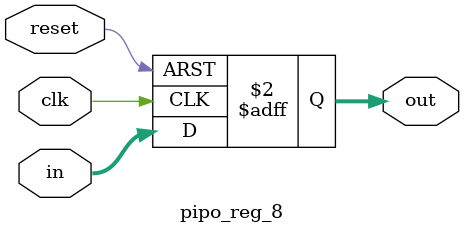
<source format=v>

module pipo_reg_8(output reg [7:0] out,
                  input [7:0] in,
                  input clk, reset);

always @ (negedge clk or posedge reset)
begin
    if (reset)
    out <= 8'b0;
    else
    out <= in;
end

endmodule
</source>
